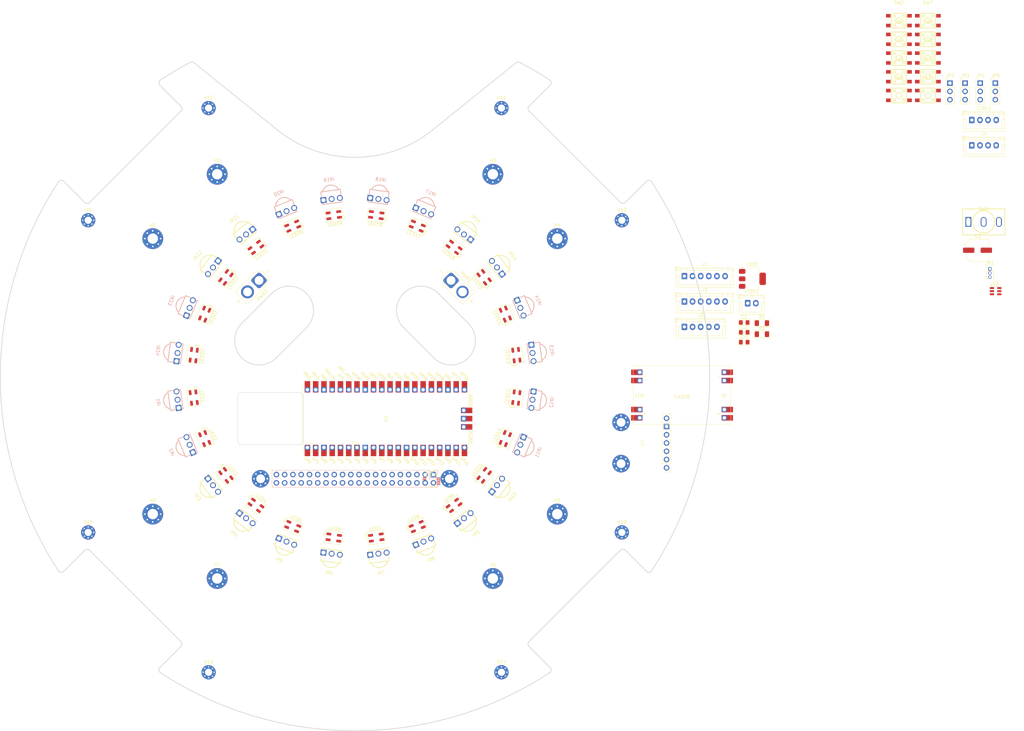
<source format=kicad_pcb>
(kicad_pcb (version 20240108) (generator "pcbnew") (generator_version "8.0")
  (layers (0 "F.Cu" signal) (31 "B.Cu" signal) (34 "B.Paste" user) (35 "F.Paste" user) (36 "B.SilkS" user "B.Silkscreen") (37 "F.SilkS" user "F.Silkscreen") (38 "B.Mask" user) (39 "F.Mask" user) (44 "Edge.Cuts" user))
  (net 0 "")
  (net 1 "GND")
  (net 2 "/ADC_INT")
  (net 3 "/ADC_IN1")
  (net 4 "/ADC_IN3")
  (net 5 "+3V3")
  (net 6 "/BATT_VOLTAGE")
  (net 7 "Net-(ADC1-ADDR)")
  (net 8 "/SCL")
  (net 9 "/ADC_IN2")
  (net 10 "/SDA")
  (net 11 "+5V")
  (net 12 "Net-(BUCK1-IN+)")
  (net 13 "/EN")
  (net 14 "/RUN")
  (net 15 "/TX")
  (net 16 "/RX")
  (net 161 "/IR1")
  (net 162 "/IR2")
  (net 163 "/IR3")
  (net 164 "/IR4")
  (net 165 "/IR5")
  (net 166 "/IR6")
  (net 167 "/IR7")
  (net 168 "/IR8")
  (net 169 "/IR9")
  (net 170 "/IR10")
  (net 171 "/IR11")
  (net 172 "/IR12")
  (net 173 "/IR13")
  (net 174 "/IR14")
  (net 175 "/IR15")
  (net 176 "/IR16")
  (net 177 "/IR17")
  (net 178 "/IR18")
  (net 179 "/IR19")
  (net 180 "/IR20")
  (net 181 "/IR21")
  (net 182 "/IR22")
  (net 183 "/IR23")
  (net 184 "/IR24")
  (net 185 "/SPI0_MISO")
  (net 186 "/SPI0_CE0")
  (net 187 "Net-(J1-Pin_6)")
  (net 188 "/SPI0_SCLK")
  (net 189 "/SPI0_MOSI")
  (net 190 "/SPI0_CE1")
  (net 191 "Net-(J2-Pin_6)")
  (net 192 "Net-(J3-Pin_5)")
  (net 193 "/PCM_FS")
  (net 194 "/PCM_DIN")
  (net 195 "/PCM_CLK")
  (net 196 "Net-(J4-Pin_4)")
  (net 197 "Net-(LED1-DOUT)")
  (net 198 "/LED_SIG_5V")
  (net 199 "Net-(LED2-DOUT)")
  (net 200 "Net-(LED3-DOUT)")
  (net 201 "Net-(LED4-DOUT)")
  (net 202 "Net-(LED5-DOUT)")
  (net 203 "Net-(LED6-DOUT)")
  (net 204 "Net-(LED7-DOUT)")
  (net 205 "Net-(LED8-DOUT)")
  (net 206 "Net-(LED10-DIN)")
  (net 207 "Net-(LED10-DOUT)")
  (net 208 "Net-(LED11-DOUT)")
  (net 209 "Net-(LED12-DOUT)")
  (net 210 "Net-(LED13-DOUT)")
  (net 211 "Net-(LED14-DOUT)")
  (net 212 "Net-(LED15-DOUT)")
  (net 213 "Net-(LED16-DOUT)")
  (net 214 "Net-(LED17-DOUT)")
  (net 215 "Net-(LED18-DOUT)")
  (net 216 "Net-(LED19-DOUT)")
  (net 217 "Net-(LED20-DOUT)")
  (net 218 "Net-(LED21-DOUT)")
  (net 219 "Net-(LED22-DOUT)")
  (net 220 "Net-(LED23-DOUT)")
  (net 222 "VCC")
  (net 223 "/BOTTOMPICO_EN")
  (net 224 "/BOTTOMPICO_RUN")
  (net 225 "/MIDPICO_EN")
  (net 226 "/MIDPICO_RUN")
  (net 227 "/TOPPICO_EN")
  (net 228 "/TOPPICO_RUN")
  (net 229 "/PI_SW1")
  (net 230 "/PI_SW2")
  (net 231 "/PI_SW3")
  (net 232 "/PI_SW4")
  (net 236 "/LED_SIG_3V3")
  (net 237 "/LED_SIG_DIR")
  (net 251 "/PCM_DOUT")
  (net 253 "/PWM1")
  (net 257 "/LRC")
  (net 261 "/PWM0")
  (footprint "LED_SMD:LED_WS2812B-Mini_PLCC4_3.5x3.5mm" (layer "F.Cu") (at -46.193977 -19.134171 -112.5)
    (property "Reference" "LED23")
    (property "Value" "WS2812B")
  )
  (footprint "LED_SMD:LED_WS2812B-Mini_PLCC4_3.5x3.5mm" (layer "F.Cu") (at -19.134171 46.193977 -22.5)
    (property "Reference" "LED5")
    (property "Value" "WS2812B")
  )
  (footprint "Connector_JST:JST_XH_B5B-XH-A_1x05_P2.50mm_Vertical" (layer "F.Cu") (at 101.2225 -15.215)
    (property "Reference" "J3")
    (property "Value" "Conn_01x05")
  )
  (footprint "MountingHole:MountingHole_2.2mm_M2_Pad_Via" (layer "F.Cu") (at 82 -48)
    (property "Reference" "H12")
    (property "Value" "MountingHole_Pad")
  )
  (footprint "MountingHole:MountingHole_2.2mm_M2_Pad_Via" (layer "F.Cu") (at -82 48)
    (property "Reference" "H16")
    (property "Value" "MountingHole_Pad")
  )
  (footprint "EasyEDA:SW-TH_MT-0-103-A101-M200-RS" (layer "F.Cu") (at 193.1725 -47.485)
    (property "Reference" "SW1")
    (property "Value" "MT-0-102-A101-M200-RS+PJ")
  )
  (footprint "EasyEDA:SW-SMD_4P-L4.5-W4.5-P3.00-LS6.8" (layer "F.Cu") (at 176.0475 -92.135)
    (property "Reference" "SW10")
    (property "Value" "TS4535TP 250GF 009")
  )
  (footprint "LED_SMD:LED_WS2812B-Mini_PLCC4_3.5x3.5mm" (layer "F.Cu") (at 39.667667 30.438071 52.5)
    (property "Reference" "LED10")
    (property "Value" "WS2812B")
  )
  (footprint "LED_SMD:LED_WS2812B-Mini_PLCC4_3.5x3.5mm" (layer "F.Cu") (at 46.193977 19.134171 67.5)
    (property "Reference" "LED11")
    (property "Value" "WS2812B")
  )
  (footprint "Connector_PinHeader_2.54mm:PinHeader_1x03_P2.54mm_Vertical" (layer "F.Cu") (at 196.7725 -90.165)
    (property "Reference" "JP5")
    (property "Value" "Jumper_3_Bridged12")
  )
  (footprint "custom:mini560" (layer "F.Cu") (at 100.5 5.75 180)
    (property "Reference" "BUCK1")
    (property "Value" "~")
  )
  (footprint "MountingHole:MountingHole_3.2mm_M3_Pad_Via" (layer "F.Cu") (at 62.15469 -42.3557)
    (property "Reference" "H4")
    (property "Value" "MountingHole_Pad")
  )
  (footprint "LED_SMD:LED_WS2812B-Mini_PLCC4_3.5x3.5mm" (layer "F.Cu") (at 30.438072 39.667667 37.5)
    (property "Reference" "LED9")
    (property "Value" "WS2812B")
  )
  (footprint "RP-Pico Libraries:RPi_Pico_SMD_TH_USBC_cable_cutout" (layer "F.Cu") (at 9.5 13 90)
    (property "Reference" "U1")
    (property "Value" "Pico")
    (fp_line (start -7 -45.5) (end 7 -45.5) (stroke (width 0.1)) (layer "Edge.Cuts"))
    (fp_line (start 8 -44.5) (end 8 -26.5) (stroke (width 0.1)) (layer "Edge.Cuts"))
    (fp_line (start -8 -26.5) (end -8 -44.5) (stroke (width 0.1)) (layer "Edge.Cuts"))
    (fp_line (start 7 -25.5) (end -7 -25.5) (stroke (width 0.1)) (layer "Edge.Cuts"))
    (fp_arc (start 7 -45.5) (mid 7.707107 -45.207107) (end 8 -44.5) (stroke (width 0.1)) (layer "Edge.Cuts"))
    (fp_arc (start -8 -44.5) (mid -7.707107 -45.207107) (end -7 -45.5) (stroke (width 0.1)) (layer "Edge.Cuts"))
    (fp_arc (start 8 -26.5) (mid 7.707107 -25.792893) (end 7 -25.5) (stroke (width 0.1)) (layer "Edge.Cuts"))
    (fp_arc (start -7 -25.5) (mid -7.707107 -25.792893) (end -8 -26.5) (stroke (width 0.1)) (layer "Edge.Cuts"))
  )
  (footprint "Connector_PinHeader_2.54mm:PinHeader_1x03_P2.54mm_Vertical" (layer "F.Cu") (at 192.1225 -90.165)
    (property "Reference" "JP4")
    (property "Value" "Jumper_3_Bridged12")
  )
  (footprint "EasyEDA:SW-SMD_4P-L4.5-W4.5-P3.00-LS6.8" (layer "F.Cu") (at 167.1475 -103.635)
    (property "Reference" "SW3")
    (property "Value" "TS4535TP 250GF 009")
  )
  (footprint "MountingHole:MountingHole_3.2mm_M3_Pad_Via" (layer "F.Cu") (at -62.15469 -42.3557)
    (property "Reference" "H1")
    (property "Value" "MountingHole_Pad")
  )
  (footprint "LED_SMD:LED_WS2812B-Mini_PLCC4_3.5x3.5mm" (layer "F.Cu") (at 30.438071 -39.667667 142.5)
    (property "Reference" "LED16")
    (property "Value" "WS2812B")
  )
  (footprint "MountingHole:MountingHole_3.2mm_M3_Pad_Via" (layer "F.Cu") (at 42.3557 62.15469)
    (property "Reference" "H6")
    (property "Value" "MountingHole_Pad")
  )
  (footprint "LED_SMD:LED_WS2812B-Mini_PLCC4_3.5x3.5mm" (layer "F.Cu") (at 19.134171 -46.193977 157.5)
    (property "Reference" "LED17")
    (property "Value" "WS2812B")
  )
  (footprint "EasyEDA:SENSOR-TH_TSSP40X" (layer "F.Cu") (at 21.047589 50.813374 22.5)
    (property "Reference" "IR8")
    (property "Value" "TSSP4038")
  )
  (footprint "EasyEDA:SENSOR-TH_TSSP40X" (layer "F.Cu") (at -43.634434 -33.481879 -127.5)
    (property "Reference" "IR22")
    (property "Value" "TSSP4038")
  )
  (footprint "LED_SMD:LED_WS2812B-Mini_PLCC4_3.5x3.5mm" (layer "F.Cu") (at 46.193976 -19.134172 112.5)
    (property "Reference" "LED14")
    (property "Value" "WS2812B")
  )
  (footprint "LED_SMD:LED_WS2812B-Mini_PLCC4_3.5x3.5mm" (layer "F.Cu") (at 49.572243 -6.52631 97.5)
    (property "Reference" "LED13")
    (property "Value" "WS2812B")
  )
  (footprint "MountingHole:MountingHole_3.2mm_M3_Pad_Via" (layer "F.Cu") (at 62.15469 42.356)
    (property "Reference" "H5")
    (property "Value" "MountingHole_Pad")
  )
  (footprint "LED_SMD:LED_WS2812B-Mini_PLCC4_3.5x3.5mm" (layer "F.Cu") (at 39.667667 -30.438072 127.5)
    (property "Reference" "LED15")
    (property "Value" "WS2812B")
  )
  (footprint "EasyEDA:SENSOR-TH_TSSP40X" (layer "F.Cu") (at -21.047589 50.813374 -22.5)
    (property "Reference" "IR5")
    (property "Value" "TSSP4038")
  )
  (footprint "Connector_JST:JST_XH_B4B-XH-A_1x04_P2.50mm_Vertical" (layer "F.Cu") (at 189.5425 -78.835)
    (property "Reference" "CTRL2")
    (property "Value" "Conn_01x04")
  )
  (footprint "custom:RPi_Zero_2W_no_front_mountingholes" (layer "F.Cu") (at 0 20 180)
    (property "Reference" "U2")
    (property "Value" "RPi_Zero_2W")
  )
  (footprint "Connector_PinHeader_2.54mm:PinHeader_1x03_P2.54mm_Vertical" (layer "F.Cu") (at 187.4725 -90.165)
    (property "Reference" "JP3")
    (property "Value" "Jumper_3_Bridged12")
  )
  (footprint "EasyEDA:SW-SMD_4P-L4.5-W4.5-P3.00-LS6.8" (layer "F.Cu") (at 176.0475 -103.635)
    (property "Reference" "SW8")
    (property "Value" "TS4535TP 250GF 009")
  )
  (footprint "LED_SMD:LED_WS2812B-Mini_PLCC4_3.5x3.5mm" (layer "F.Cu") (at -46.193976 19.134172 -67.5)
    (property "Reference" "LED2")
    (property "Value" "WS2812B")
  )
  (footprint "LED_SMD:LED_WS2812B-Mini_PLCC4_3.5x3.5mm" (layer "F.Cu") (at -49.572243 -6.526309 -97.5)
    (property "Reference" "LED24")
    (property "Value" "WS2812B")
  )
  (footprint "EasyEDA:SW-SMD_4P-L4.5-W4.5-P3.00-LS6.8" (layer "F.Cu") (at 176.0475 -109.385)
    (property "Reference" "SW7")
    (property "Value" "TS4535TP 250GF 009")
  )
  (footprint "EasyEDA:SW-SMD_4P-L4.5-W4.5-P3.00-LS6.8" (layer "F.Cu") (at 167.1475 -92.135)
    (property "Reference" "SW5")
    (property "Value" "TS4535TP 250GF 009")
  )
  (footprint "PCM_Resistor_SMD_AKL:R_1206_3216Metric_Pad1.30x1.75mm_HandSolder" (layer "F.Cu") (at 125.034 -12.961)
    (property "Reference" "R2")
    (property "Value" "91kR")
  )
  (footprint "MountingHole:MountingHole_2.2mm_M2_Pad_Via" (layer "F.Cu") (at -82 -48)
    (property "Reference" "H9")
    (property "Value" "MountingHole_Pad")
  )
  (footprint "LED_SMD:LED_WS2812B-Mini_PLCC4_3.5x3.5mm" (layer "F.Cu") (at -39.667667 30.438072 -52.5)
    (property "Reference" "LED3")
    (property "Value" "WS2812B")
  )
  (footprint "Connector_PinHeader_2.54mm:PinHeader_1x03_P2.54mm_Vertical" (layer "F.Cu") (at 182.8225 -90.165)
    (property "Reference" "JP2")
    (property "Value" "Jumper_3_Bridged12")
  )
  (footprint "EasyEDA:SENSOR-TH_TSSP40X" (layer "F.Cu") (at -33.481879 43.634434 -37.5)
    (property "Reference" "IR4")
    (property "Value" "TSSP4038")
  )
  (footprint "MountingHole:MountingHole_3.2mm_M3_Pad_Via" (layer "F.Cu") (at -42.3557 -62.15469)
    (property "Reference" "H2")
    (property "Value" "MountingHole_Pad")
  )
  (footprint "LED_SMD:LED_WS2812B-Mini_PLCC4_3.5x3.5mm" (layer "F.Cu") (at -49.572243 6.52631 -82.5)
    (property "Reference" "LED1")
    (property "Value" "WS2812B")
  )
  (footprint "Connector_JST:JST_XH_B6B-XH-A_1x06_P2.50mm_Vertical" (layer "F.Cu") (at 101.2225 -30.815)
    (property "Reference" "J1")
    (property "Value" "Conn_01x06")
  )
  (footprint "EasyEDA:SW-SMD_4P-L4.5-W4.5-P3.00-LS6.8" (layer "F.Cu") (at 167.1475 -109.385)
    (property "Reference" "SW2")
    (property "Value" "TS4535TP 250GF 009")
  )
  (footprint "EasyEDA:SENSOR-TH_TSSP40X" (layer "F.Cu") (at 33.481879 -43.634434 142.5)
    (property "Reference" "IR16")
    (property "Value" "TSSP4038")
  )
  (footprint "EasyEDA:SENSOR-TH_TSSP40X" (layer "F.Cu") (at -33.481879 -43.634434 -142.5)
    (property "Reference" "IR21")
    (property "Value" "TSSP4038")
  )
  (footprint "PCM_Capacitor_SMD_AKL:C_0805_2012Metric_Pad1.15x1.40mm_HandSolder" (layer "F.Cu") (at 119.599 -10.5075)
    (property "Reference" "C4")
    (property "Value" "22uF")
  )
  (footprint "Capacitor_SMD:CP_Elec_6.3x7.7" (layer "F.Cu") (at 191.2925 -38.785)
    (property "Reference" "C3")
    (property "Value" "100uF")
  )
  (footprint "LED_SMD:LED_WS2812B-Mini_PLCC4_3.5x3.5mm" (layer "F.Cu") (at 19.134172 46.193976 22.5)
    (property "Reference" "LED8")
    (property "Value" "WS2812B")
  )
  (footprint "EasyEDA:SW-SMD_4P-L4.5-W4.5-P3.00-LS6.8" (layer "F.Cu") (at 176.0475 -86.385)
    (property "Reference" "SW11")
    (property "Value" "TS4535TP 250GF 009")
  )
  (footprint "MountingHole:MountingHole_2.2mm_M2_Pad_Via" (layer "F.Cu") (at 45 -82.5)
    (property "Reference" "H11")
    (property "Value" "MountingHole_Pad")
  )
  (footprint "EasyEDA:SENSOR-TH_TSSP40X" (layer "F.Cu") (at 33.481879 43.634434 37.5)
    (property "Reference" "IR9")
    (property "Value" "TSSP4038")
  )
  (footprint "EasyEDA:SENSOR-TH_TSSP40X" (layer "F.Cu") (at -7.178941 54.529467 -7.5)
    (property "Reference" "IR6")
    (property "Value" "TSSP4038")
  )
  (footprint "MountingHole:MountingHole_2.2mm_M2_Pad_Via" (layer "F.Cu") (at 82 48)
    (property "Reference" "H13")
    (property "Value" "MountingHole_Pad")
  )
  (footprint "PCM_Capacitor_SMD_AKL:C_0805_2012Metric_Pad1.15x1.40mm_HandSolder" (layer "F.Cu") (at 119.599 -16.5575)
    (property "Reference" "C1")
    (property "Value" "1uF")
  )
  (footprint "EasyEDA:SENSOR-TH_TSSP40X" (layer "F.Cu") (at 7.178941 54.529467 7.5)
    (property "Reference" "IR7")
    (property "Value" "TSSP4038")
  )
  (footprint "Package_TO_SOT_SMD:SOT-23-6" (layer "F.Cu") (at 196.8625 -26.2)
    (property "Reference" "U3")
    (property "Value" "SN74LVC1T45DBV")
  )
  (footprint "custom:MAX98357_breakout" (layer "F.Cu") (at 88.75 20.5 90)
    (property "Reference" "U4")
    (property "Value" "MAX98357_breakout")
  )
  (footprint "Package_TO_SOT_SMD:SOT-223-3_TabPin2" (layer "F.Cu") (at 122.1225 -29.99)
    (property "Reference" "LDO1")
    (property "Value" "TLV1117-33")
  )
  (footprint "Connector_JST:JST_XH_B6B-XH-A_1x06_P2.50mm_Vertical" (layer "F.Cu") (at 101.2225 -23.015)
    (property "Reference" "J2")
    (property "Value" "Conn_01x06")
  )
  (footprint "LED_SMD:LED_WS2812B-Mini_PLCC4_3.5x3.5mm" (layer "F.Cu") (at -19.134172 -46.193976 -157.5)
    (property "Reference" "LED20")
    (property "Value" "WS2812B")
  )
  (footprint "LED_SMD:LED_WS2812B-Mini_PLCC4_3.5x3.5mm" (layer "F.Cu") (at -30.438072 -39.667667 -142.5)
    (property "Reference" "LED21")
    (property "Value" "WS2812B")
  )
  (footprint "LED_SMD:LED_WS2812B-Mini_PLCC4_3.5x3.5mm" (layer "F.Cu") (at 6.526309 -49.572243 172.5)
    (property "Reference" "LED18")
    (property "Value" "WS2812B")
  )
  (footprint "MountingHole:MountingHole_3.2mm_M3_Pad_Via" (layer "F.Cu") (at -62.15469 42.356)
    (property "Reference" "H8")
    (property "Value" "MountingHole_Pad")
  )
  (footprint "LED_SMD:LED_WS2812B-Mini_PLCC4_3.5x3.5mm" (layer "F.Cu") (at -6.52631 -49.572243 -172.5)
    (property "Reference" "LED19")
    (property "Value" "WS2812B")
  )
  (footprint "MountingHole:MountingHole_3.2mm_M3_Pad_Via" (layer "F.Cu") (at 42.3557 -62.15469)
    (property "Reference" "H3")
    (property "Value" "MountingHole_Pad")
  )
  (footprint "PCM_Resistor_SMD_AKL:R_1206_3216Metric_Pad1.30x1.75mm_HandSolder" (layer "F.Cu") (at 125.034 -16.367)
    (property "Reference" "R1")
    (property "Value" "330kR")
  )
  (footprint "Connector_JST:JST_XH_B2B-XH-A_1x02_P2.50mm_Vertical" (layer "F.Cu") (at 120.6725 -22.495)
    (property "Reference" "CTRL1")
    (property "Value" "Conn_01x02")
  )
  (footprint "MountingHole:MountingHole_2.2mm_M2_Pad_Via" (layer "F.Cu") (at -45 91)
    (property "Reference" "H15")
    (property "Value" "MountingHole_Pad")
  )
  (footprint "EasyEDA:SENSOR-TH_TSSP40X" (layer "F.Cu") (at 43.634434 33.481879 52.5)
    (property "Reference" "IR10")
    (property "Value" "TSSP4038")
  )
  (footprint "PCM_Capacitor_SMD_AKL:C_0805_2012Metric_Pad1.15x1.40mm_HandSolder" (layer "F.Cu") (at 119.599 -13.5325)
    (property "Reference" "C2")
    (property "Value" "10uF")
  )
  (footprint "LED_SMD:LED_WS2812B-Mini_PLCC4_3.5x3.5mm" (layer "F.Cu") (at -30.438071 39.667667 -37.5)
    (property "Reference" "LED4")
    (property "Value" "WS2812B")
  )
  (footprint "EasyEDA:SW-SMD_4P-L4.5-W4.5-P3.00-LS6.8" (layer "F.Cu") (at 167.1475 -86.385)
    (property "Reference" "SW6")
    (property "Value" "TS4535TP 250GF 009")
  )
  (footprint "LED_SMD:LED_WS2812B-Mini_PLCC4_3.5x3.5mm" (layer "F.Cu") (at 49.572243 6.526309 82.5)
    (property "Reference" "LED12")
    (property "Value" "WS2812B")
  )
  (footprint "Connector_PinHeader_1.27mm:PinHeader_1x03_P1.27mm_Vertical" (layer "F.Cu") (at 195.0925 -33.035)
    (property "Reference" "JP1")
    (property "Value" "Jumper_3_Bridged12")
  )
  (footprint "LED_SMD:LED_WS2812B-Mini_PLCC4_3.5x3.5mm" (layer "F.Cu") (at 6.52631 49.572243 7.5)
    (property "Reference" "LED7")
    (property "Value" "WS2812B")
  )
  (footprint "Connector_AMASS:AMASS_XT30U-F_1x02_P5.0mm_Vertical" (layer "F.Cu") (at -29.5 -29.5 -135)
    (property "Reference" "PWR2")
    (property "Value" "XT30-F")
  )
  (footprint "EasyEDA:SENSOR-TH_TSSP40X" (layer "F.Cu") (at 43.634434 -33.481879 127.5)
    (property "Reference" "IR15")
    (property "Value" "TSSP4038")
  )
  (footprint "EasyEDA:SW-SMD_4P-L4.5-W4.5-P3.00-LS6.8" (layer "F.Cu") (at 167.1475 -97.885)
    (property "Reference" "SW4")
    (property "Value" "TS4535TP 250GF 009")
  )
  (footprint "Connector_JST:JST_XH_B4B-XH-A_1x04_P2.50mm_Vertical" (layer "F.Cu") (at 189.5425 -71.035)
    (property "Reference" "J4")
    (property "Value" "Conn_01x04")
  )
  (footprint "MountingHole:MountingHole_2.2mm_M2_Pad_Via" (layer "F.Cu") (at -45 -82.5)
    (property "Reference" "H10")
    (property "Value" "MountingHole_Pad")
  )
  (footprint "LED_SMD:LED_WS2812B-Mini_PLCC4_3.5x3.5mm" (layer "F.Cu") (at -6.526309 49.572243 -7.5)
    (property "Reference" "LED6")
    (property "Value" "WS2812B")
  )
  (footprint "MountingHole:MountingHole_3.2mm_M3_Pad_Via" (layer "F.Cu") (at -42.3557 62.155)
    (property "Reference" "H7")
    (property "Value" "MountingHole_Pad")
  )
  (footprint "LED_SMD:LED_WS2812B-Mini_PLCC4_3.5x3.5mm" (layer "F.Cu") (at -39.667667 -30.438071 -127.5)
    (property "Reference" "LED22")
    (property "Value" "WS2812B")
  )
  (footprint "MountingHole:MountingHole_2.2mm_M2_Pad_Via" (layer "F.Cu") (at 45 91)
    (property "Reference" "H14")
    (property "Value" "MountingHole_Pad")
  )
  (footprint "EasyEDA:SENSOR-TH_TSSP40X" (layer "F.Cu") (at -43.634434 33.481879 -52.5)
    (property "Reference" "IR3")
    (property "Value" "TSSP4038")
  )
  (footprint "Connector_AMASS:AMASS_XT30U-M_1x02_P5.0mm_Vertical" (layer "F.Cu") (at 29.5 -29.5 -45)
    (property "Reference" "PWR1")
    (property "Value" "XT30-M")
  )
  (footprint "EasyEDA:SW-SMD_4P-L4.5-W4.5-P3.00-LS6.8" (layer "F.Cu") (at 176.0475 -97.885)
    (property "Reference" "SW9")
    (property "Value" "TS4535TP 250GF 009")
  )
  (footprint "Package_SO:TSSOP-10_3x3mm_P0.5mm" (layer "F.Cu") (at 23.5 32.25)
    (property "Reference" "ADC1")
    (property "Value" "ADS1115IDGSR")
  )
  (footprint "EasyEDA:SENSOR-TH_TSSP40X" (layer "B.Cu") (at -54.529467 -7.178941 82.5)
    (property "Reference" "IR24")
    (property "Value" "TSSP4038")
  )
  (footprint "EasyEDA:SENSOR-TH_TSSP40X" (layer "B.Cu") (at -21.047589 -50.813374 22.5)
    (property "Reference" "IR20")
    (property "Value" "TSSP4038")
  )
  (footprint "EasyEDA:SENSOR-TH_TSSP40X" (layer "B.Cu") (at -54.529467 7.178941 97.5)
    (property "Reference" "IR1")
    (property "Value" "TSSP4038")
  )
  (footprint "EasyEDA:SENSOR-TH_TSSP40X" (layer "B.Cu") (at 50.813374 -21.047589 -67.5)
    (property "Reference" "IR14")
    (property "Value" "TSSP4038")
  )
  (footprint "EasyEDA:SENSOR-TH_TSSP40X" (layer "B.Cu") (at 50.813374 21.047589 -112.5)
    (property "Reference" "IR11")
    (property "Value" "TSSP4038")
  )
  (footprint "EasyEDA:SENSOR-TH_TSSP40X" (layer "B.Cu") (at -50.813374 21.047589 112.5)
    (property "Reference" "IR2")
    (property "Value" "TSSP4038")
  )
  (footprint "EasyEDA:SENSOR-TH_TSSP40X" (layer "B.Cu") (at 54.529467 7.178941 -97.5)
    (property "Reference" "IR12")
    (property "Value" "TSSP4038")
  )
  (footprint "EasyEDA:SENSOR-TH_TSSP40X" (layer "B.Cu") (at -7.178941 -54.529467 7.5)
    (property "Reference" "IR19")
    (property "Value" "TSSP4038")
  )
  (footprint "EasyEDA:SENSOR-TH_TSSP40X" (layer "B.Cu") (at 21.047589 -50.813374 -22.5)
    (property "Reference" "IR17")
    (property "Value" "TSSP4038")
  )
  (footprint "EasyEDA:SENSOR-TH_TSSP40X" (layer "B.Cu") (at 7.178941 -54.529467 -7.5)
    (property "Reference" "IR18")
    (property "Value" "TSSP4038")
  )
  (footprint "EasyEDA:SENSOR-TH_TSSP40X" (layer "B.Cu") (at 54.529467 -7.178941 -82.5)
    (property "Reference" "IR13")
    (property "Value" "TSSP4038")
  )
  (footprint "EasyEDA:SENSOR-TH_TSSP40X" (layer "B.Cu") (at -50.813374 -21.047589 67.5)
    (property "Reference" "IR23")
    (property "Value" "TSSP4038")
  )
  (gr_line (start 89.566443 59.991895) (end 83.015526 53.440977) (stroke (width 0.2)) (layer "Edge.Cuts"))
  (gr_line (start -53.448531 -83.02308) (end -59.991895 -89.566443) (stroke (width 0.2)) (layer "Edge.Cuts"))
  (gr_arc (start 81.608847 53.448548) (mid 82.315972 53.155637) (end 83.015526 53.440977) (stroke (width 0.2)) (layer "Edge.Cuts"))
  (gr_line (start -23.850952 -75.772933) (end -23.850953 -75.772932) (stroke (width 0.2)) (layer "Edge.Cuts"))
  (gr_arc (start 49.491079 -96.445246) (mid 50.020851 -96.661922) (end 50.582735 -96.552508) (stroke (width 0.2)) (layer "Edge.Cuts"))
  (gr_arc (start 50.582735 -96.552508) (mid 55.275268 -93.944901) (end 59.833722 -91.109416) (stroke (width 0.2)) (layer "Edge.Cuts"))
  (gr_arc (start -50.582735 -96.552508) (mid -50.020848 -96.661909) (end -49.491016 -96.445195) (stroke (width 0.2)) (layer "Edge.Cuts"))
  (gr_line (start -53.448531 81.608864) (end -81.608865 53.44853) (stroke (width 0.2)) (layer "Edge.Cuts"))
  (gr_arc (start -25.553301 -25.552882) (mid -14.9467 -25.552883) (end -14.946699 -14.946281) (stroke (width 0.2)) (layer "Edge.Cuts"))
  (gr_arc (start 59.833722 -91.109416) (mid 60.279576 -90.375527) (end 59.991895 -89.566443) (stroke (width 0.2)) (layer "Edge.Cuts"))
  (gr_line (start 83.025311 -53.450762) (end 89.566374 -59.991826) (stroke (width 0.2)) (layer "Edge.Cuts"))
  (gr_line (start 59.991895 -89.566443) (end 53.442074 -83.016623) (stroke (width 0.2)) (layer "Edge.Cuts"))
  (gr_arc (start 34.803302 -16.302881) (mid 34.8033 -5.696281) (end 24.1967 -5.696282) (stroke (width 0.2)) (layer "Edge.Cuts"))
  (gr_line (start 24.1967 -5.696282) (end 24.196699 -5.696281) (stroke (width 0.2)) (layer "Edge.Cuts"))
  (gr_arc (start -59.991895 -89.566443) (mid -60.279575 -90.375527) (end -59.833722 -91.109416) (stroke (width 0.2)) (layer "Edge.Cuts"))
  (gr_line (start 81.608847 53.448548) (end 53.448547 81.608848) (stroke (width 0.2)) (layer "Edge.Cuts"))
  (gr_arc (start 83.025311 -53.450762) (mid 82.315972 -53.155637) (end 81.608865 -53.44853) (stroke (width 0.2)) (layer "Edge.Cuts"))
  (gr_arc (start -91.109416 -59.833722) (mid -90.375527 -60.279575) (end -89.566443 -59.991895) (stroke (width 0.2)) (layer "Edge.Cuts"))
  (gr_line (start -23.850953 -75.772932) (end -49.491016 -96.445195) (stroke (width 0.2)) (layer "Edge.Cuts"))
  (gr_arc (start -59.833722 -91.109416) (mid -55.275269 -93.944902) (end -50.582735 -96.552508) (stroke (width 0.2)) (layer "Edge.Cuts"))
  (gr_arc (start 59.833722 91.109416) (mid 0 109) (end -59.833722 91.109416) (stroke (width 0.2)) (layer "Edge.Cuts"))
  (gr_line (start 53.448497 -81.608898) (end 81.608865 -53.44853) (stroke (width 0.2)) (layer "Edge.Cuts"))
  (gr_arc (start -89.566443 59.991895) (mid -90.375527 60.279575) (end -91.109416 59.833722) (stroke (width 0.2)) (layer "Edge.Cuts"))
  (gr_arc (start -53.448531 -83.02308) (mid -53.155637 -82.315972) (end -53.44853 -81.608865) (stroke (width 0.2)) (layer "Edge.Cuts"))
  (gr_line (start -34.8033 -16.302883) (end -25.553301 -25.552882) (stroke (width 0.2)) (layer "Edge.Cuts"))
  (gr_arc (start 59.991841 89.566389) (mid 60.27954 90.375505) (end 59.833722 91.109416) (stroke (width 0.2)) (layer "Edge.Cuts"))
  (gr_arc (start 14.946699 -14.946281) (mid 14.946699 -25.552883) (end 25.5533 -25.552883) (stroke (width 0.2)) (layer "Edge.Cuts"))
  (gr_line (start 53.448575 81.608876) (end 53.448547 81.608848) (stroke (width 0.2)) (layer "Edge.Cuts"))
  (gr_arc (start -24.196699 -5.696281) (mid -34.803301 -5.696281) (end -34.8033 -16.302883) (stroke (width 0.2)) (layer "Edge.Cuts"))
  (gr_arc (start -91.109416 59.833722) (mid -109 0) (end -91.109416 -59.833722) (stroke (width 0.2)) (layer "Edge.Cuts"))
  (gr_line (start 34.803302 -16.302881) (end 25.5533 -25.552883) (stroke (width 0.2)) (layer "Edge.Cuts"))
  (gr_line (start -89.566443 -59.991895) (end -83.02308 -53.448531) (stroke (width 0.2)) (layer "Edge.Cuts"))
  (gr_arc (start 91.109416 59.833722) (mid 90.375513 60.279619) (end 89.566443 59.991895) (stroke (width 0.2)) (layer "Edge.Cuts"))
  (gr_arc (start -59.833722 91.109416) (mid -60.279575 90.375527) (end -59.991895 89.566443) (stroke (width 0.2)) (layer "Edge.Cuts"))
  (gr_arc (start 89.566374 -59.991826) (mid 90.375505 -60.27954) (end 91.109416 -59.833722) (stroke (width 0.2)) (layer "Edge.Cuts"))
  (gr_arc (start 91.109416 -59.833722) (mid 109 0) (end 91.109416 59.833722) (stroke (width 0.2)) (layer "Edge.Cuts"))
  (gr_arc (start 53.448497 -81.608898) (mid 53.155606 -82.31598) (end 53.442074 -83.016623) (stroke (width 0.2)) (layer "Edge.Cuts"))
  (gr_line (start 24.196699 -5.696281) (end 14.946699 -14.946281) (stroke (width 0.2)) (layer "Edge.Cuts"))
  (gr_arc (start -83.02308 53.448531) (mid -82.315972 53.155637) (end -81.608865 53.44853) (stroke (width 0.2)) (layer "Edge.Cuts"))
  (gr_arc (start 23.850953 -75.772932) (mid 0 -67.355563) (end -23.850952 -75.772933) (stroke (width 0.2)) (layer "Edge.Cuts"))
  (gr_arc (start -53.448531 81.608864) (mid -53.155637 82.315972) (end -53.448531 83.02308) (stroke (width 0.2)) (layer "Edge.Cuts"))
  (gr_line (start 23.850953 -75.772932) (end 49.491079 -96.445246) (stroke (width 0.2)) (layer "Edge.Cuts"))
  (gr_line (start -24.196699 -5.696281) (end -14.946699 -14.946281) (stroke (width 0.2)) (layer "Edge.Cuts"))
  (gr_arc (start 53.448526 83.023075) (mid 53.155646 82.31598) (end 53.448575 81.608876) (stroke (width 0.2)) (layer "Edge.Cuts"))
  (gr_line (start 53.448526 83.023075) (end 59.991841 89.566389) (stroke (width 0.2)) (layer "Edge.Cuts"))
  (gr_arc (start -81.608864 -53.448531) (mid -82.315972 -53.155637) (end -83.02308 -53.448531) (stroke (width 0.2)) (layer "Edge.Cuts"))
  (gr_line (start -59.991895 89.566443) (end -53.448531 83.02308) (stroke (width 0.2)) (layer "Edge.Cuts"))
  (gr_line (start -83.02308 53.448531) (end -89.566443 59.991895) (stroke (width 0.2)) (layer "Edge.Cuts"))
  (gr_line (start -81.608864 -53.448531) (end -53.44853 -81.608865) (stroke (width 0.2)) (layer "Edge.Cuts"))
)
</source>
